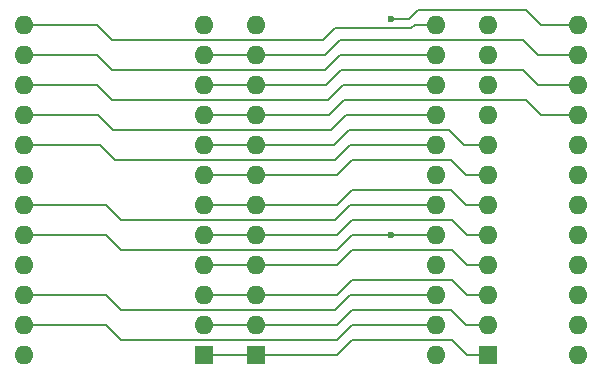
<source format=gbr>
%TF.GenerationSoftware,KiCad,Pcbnew,8.0.7*%
%TF.CreationDate,2025-03-21T13:40:33-04:00*%
%TF.ProjectId,TRS2_SOU_PATCH,54525332-5f53-44f5-955f-50415443482e,rev?*%
%TF.SameCoordinates,Original*%
%TF.FileFunction,Copper,L1,Top*%
%TF.FilePolarity,Positive*%
%FSLAX46Y46*%
G04 Gerber Fmt 4.6, Leading zero omitted, Abs format (unit mm)*
G04 Created by KiCad (PCBNEW 8.0.7) date 2025-03-21 13:40:33*
%MOMM*%
%LPD*%
G01*
G04 APERTURE LIST*
%TA.AperFunction,ComponentPad*%
%ADD10R,1.600000X1.600000*%
%TD*%
%TA.AperFunction,ComponentPad*%
%ADD11O,1.600000X1.600000*%
%TD*%
%TA.AperFunction,ViaPad*%
%ADD12C,0.600000*%
%TD*%
%TA.AperFunction,Conductor*%
%ADD13C,0.200000*%
%TD*%
G04 APERTURE END LIST*
D10*
%TO.P,U2,1,A7*%
%TO.N,/A7*%
X152440000Y-78750000D03*
D11*
%TO.P,U2,2,A6*%
%TO.N,/A6*%
X152440000Y-76210000D03*
%TO.P,U2,3,A5*%
%TO.N,/A5*%
X152440000Y-73670000D03*
%TO.P,U2,4,A4*%
%TO.N,/A4*%
X152440000Y-71130000D03*
%TO.P,U2,5,A3*%
%TO.N,/A3*%
X152440000Y-68590000D03*
%TO.P,U2,6,A2*%
%TO.N,/A2*%
X152440000Y-66050000D03*
%TO.P,U2,7,A1*%
%TO.N,/A1*%
X152440000Y-63510000D03*
%TO.P,U2,8,A0*%
%TO.N,/A0*%
X152440000Y-60970000D03*
%TO.P,U2,9,D0*%
%TO.N,/D0*%
X152440000Y-58430000D03*
%TO.P,U2,10,D1*%
%TO.N,/D1*%
X152440000Y-55890000D03*
%TO.P,U2,11,D2*%
%TO.N,/D2*%
X152440000Y-53350000D03*
%TO.P,U2,12,GND*%
%TO.N,GND*%
X152440000Y-50810000D03*
%TO.P,U2,13,D3*%
%TO.N,/D3*%
X137200000Y-50810000D03*
%TO.P,U2,14,D4*%
%TO.N,/D4*%
X137200000Y-53350000D03*
%TO.P,U2,15,D5*%
%TO.N,/D5*%
X137200000Y-55890000D03*
%TO.P,U2,16,D6*%
%TO.N,/D6*%
X137200000Y-58430000D03*
%TO.P,U2,17,D7*%
%TO.N,/D7*%
X137200000Y-60970000D03*
%TO.P,U2,18,CE*%
%TO.N,unconnected-(U2-CE-Pad18)*%
X137200000Y-63510000D03*
%TO.P,U2,19,A10*%
%TO.N,/A10*%
X137200000Y-66050000D03*
%TO.P,U2,20,OE*%
%TO.N,/OE*%
X137200000Y-68590000D03*
%TO.P,U2,21,Vpp*%
%TO.N,unconnected-(U2-Vpp-Pad21)*%
X137200000Y-71130000D03*
%TO.P,U2,22,A9*%
%TO.N,/A9*%
X137200000Y-73670000D03*
%TO.P,U2,23,A8*%
%TO.N,/A8*%
X137200000Y-76210000D03*
%TO.P,U2,24,Vcc*%
%TO.N,+5V*%
X137200000Y-78750000D03*
%TD*%
D10*
%TO.P,U1,1,I/CLK*%
%TO.N,/A7*%
X176480000Y-78750000D03*
D11*
%TO.P,U1,2,I*%
%TO.N,/A6*%
X176480000Y-76210000D03*
%TO.P,U1,3,I*%
%TO.N,/A5*%
X176480000Y-73670000D03*
%TO.P,U1,4,I*%
%TO.N,/A4*%
X176480000Y-71130000D03*
%TO.P,U1,5,I*%
%TO.N,/A3*%
X176480000Y-68590000D03*
%TO.P,U1,6,I*%
%TO.N,/A2*%
X176480000Y-66050000D03*
%TO.P,U1,7,I*%
%TO.N,/A1*%
X176480000Y-63510000D03*
%TO.P,U1,8,I*%
%TO.N,/A0*%
X176480000Y-60970000D03*
%TO.P,U1,9,I*%
%TO.N,/A10*%
X176480000Y-58430000D03*
%TO.P,U1,10,I*%
%TO.N,/A9*%
X176480000Y-55890000D03*
%TO.P,U1,11,I*%
%TO.N,/A8*%
X176480000Y-53350000D03*
%TO.P,U1,12,GND*%
%TO.N,GND*%
X176480000Y-50810000D03*
%TO.P,U1,13,I*%
%TO.N,/OE*%
X184100000Y-50810000D03*
%TO.P,U1,14,I/O*%
%TO.N,/D2*%
X184100000Y-53350000D03*
%TO.P,U1,15,I/O*%
%TO.N,/D1*%
X184100000Y-55890000D03*
%TO.P,U1,16,I/O*%
%TO.N,/D0*%
X184100000Y-58430000D03*
%TO.P,U1,17,I/O*%
%TO.N,/D3*%
X184100000Y-60970000D03*
%TO.P,U1,18,I/O*%
%TO.N,/D4*%
X184100000Y-63510000D03*
%TO.P,U1,19,I/O*%
%TO.N,/D5*%
X184100000Y-66050000D03*
%TO.P,U1,20,I/O*%
%TO.N,/D6*%
X184100000Y-68590000D03*
%TO.P,U1,21,I/O*%
%TO.N,/D7*%
X184100000Y-71130000D03*
%TO.P,U1,22,I/O*%
%TO.N,unconnected-(U1-I{slash}O-Pad22)*%
X184100000Y-73670000D03*
%TO.P,U1,23,I/O*%
%TO.N,/CE2*%
X184100000Y-76210000D03*
%TO.P,U1,24,Vcc*%
%TO.N,+5V*%
X184100000Y-78750000D03*
%TD*%
D10*
%TO.P,U3,1,A7*%
%TO.N,/A7*%
X156840000Y-78750000D03*
D11*
%TO.P,U3,2,A6*%
%TO.N,/A6*%
X156840000Y-76210000D03*
%TO.P,U3,3,A5*%
%TO.N,/A5*%
X156840000Y-73670000D03*
%TO.P,U3,4,A4*%
%TO.N,/A4*%
X156840000Y-71130000D03*
%TO.P,U3,5,A3*%
%TO.N,/A3*%
X156840000Y-68590000D03*
%TO.P,U3,6,A2*%
%TO.N,/A2*%
X156840000Y-66050000D03*
%TO.P,U3,7,A1*%
%TO.N,/A1*%
X156840000Y-63510000D03*
%TO.P,U3,8,A0*%
%TO.N,/A0*%
X156840000Y-60970000D03*
%TO.P,U3,9,D0*%
%TO.N,/D0*%
X156840000Y-58430000D03*
%TO.P,U3,10,D1*%
%TO.N,/D1*%
X156840000Y-55890000D03*
%TO.P,U3,11,D2*%
%TO.N,/D2*%
X156840000Y-53350000D03*
%TO.P,U3,12,GND*%
%TO.N,GND*%
X156840000Y-50810000D03*
%TO.P,U3,13,D3*%
%TO.N,/D3*%
X172080000Y-50810000D03*
%TO.P,U3,14,D4*%
%TO.N,/D4*%
X172080000Y-53350000D03*
%TO.P,U3,15,D5*%
%TO.N,/D5*%
X172080000Y-55890000D03*
%TO.P,U3,16,D6*%
%TO.N,/D6*%
X172080000Y-58430000D03*
%TO.P,U3,17,D7*%
%TO.N,/D7*%
X172080000Y-60970000D03*
%TO.P,U3,18,CE*%
%TO.N,/CE2*%
X172080000Y-63510000D03*
%TO.P,U3,19,A10*%
%TO.N,/A10*%
X172080000Y-66050000D03*
%TO.P,U3,20,OE*%
%TO.N,/OE*%
X172080000Y-68590000D03*
%TO.P,U3,21,Vpp*%
%TO.N,+5V*%
X172080000Y-71130000D03*
%TO.P,U3,22,A9*%
%TO.N,/A9*%
X172080000Y-73670000D03*
%TO.P,U3,23,A8*%
%TO.N,/A8*%
X172080000Y-76210000D03*
%TO.P,U3,24,Vcc*%
%TO.N,+5V*%
X172080000Y-78750000D03*
%TD*%
D12*
%TO.N,/OE*%
X168275000Y-68580000D03*
X168275000Y-50292000D03*
%TD*%
D13*
%TO.N,/A9*%
X145415000Y-74930000D02*
X144155000Y-73670000D01*
X172080000Y-73670000D02*
X164836000Y-73670000D01*
X164836000Y-73670000D02*
X163576000Y-74930000D01*
X163576000Y-74930000D02*
X145415000Y-74930000D01*
X144155000Y-73670000D02*
X137200000Y-73670000D01*
%TO.N,/A5*%
X173482000Y-72390000D02*
X164973000Y-72390000D01*
X163693000Y-73670000D02*
X156840000Y-73670000D01*
X176480000Y-73670000D02*
X174762000Y-73670000D01*
X174762000Y-73670000D02*
X173482000Y-72390000D01*
X164973000Y-72390000D02*
X163693000Y-73670000D01*
X156840000Y-73670000D02*
X152440000Y-73670000D01*
%TO.N,/A3*%
X174762000Y-68590000D02*
X173482000Y-67310000D01*
X163312000Y-68590000D02*
X156840000Y-68590000D01*
X163703000Y-68580000D02*
X163322000Y-68580000D01*
X164973000Y-67310000D02*
X163703000Y-68580000D01*
X176480000Y-68590000D02*
X174762000Y-68590000D01*
X163322000Y-68580000D02*
X163312000Y-68590000D01*
X173482000Y-67310000D02*
X164973000Y-67310000D01*
X152440000Y-68590000D02*
X156840000Y-68590000D01*
%TO.N,/A1*%
X163693000Y-63510000D02*
X156840000Y-63510000D01*
X152440000Y-63510000D02*
X156840000Y-63510000D01*
X173355000Y-62230000D02*
X164973000Y-62230000D01*
X174635000Y-63510000D02*
X173355000Y-62230000D01*
X164973000Y-62230000D02*
X163693000Y-63510000D01*
X176480000Y-63510000D02*
X174635000Y-63510000D01*
%TO.N,/A4*%
X174752000Y-71120000D02*
X173482000Y-69850000D01*
X176480000Y-71130000D02*
X174752000Y-71130000D01*
X174752000Y-71130000D02*
X174752000Y-71120000D01*
X158994000Y-71130000D02*
X163693000Y-71130000D01*
X163693000Y-71130000D02*
X164973000Y-69850000D01*
X156840000Y-71130000D02*
X152440000Y-71130000D01*
X158994000Y-71130000D02*
X156840000Y-71130000D01*
X173482000Y-69850000D02*
X164973000Y-69850000D01*
%TO.N,/A8*%
X163703000Y-77470000D02*
X145415000Y-77470000D01*
X144155000Y-76210000D02*
X137200000Y-76210000D01*
X164963000Y-76210000D02*
X163703000Y-77470000D01*
X145415000Y-77470000D02*
X144155000Y-76210000D01*
X172080000Y-76210000D02*
X164963000Y-76210000D01*
%TO.N,/A2*%
X156840000Y-66050000D02*
X152440000Y-66050000D01*
X173355000Y-64770000D02*
X164973000Y-64770000D01*
X176480000Y-66050000D02*
X174635000Y-66050000D01*
X174635000Y-66050000D02*
X173355000Y-64770000D01*
X163693000Y-66050000D02*
X156840000Y-66050000D01*
X164973000Y-64770000D02*
X163693000Y-66050000D01*
%TO.N,/A7*%
X173482000Y-77470000D02*
X164973000Y-77470000D01*
X176480000Y-78750000D02*
X174762000Y-78750000D01*
X174762000Y-78750000D02*
X173482000Y-77470000D01*
X164973000Y-77470000D02*
X163693000Y-78750000D01*
X156840000Y-78750000D02*
X152440000Y-78750000D01*
X163693000Y-78750000D02*
X156840000Y-78750000D01*
%TO.N,/A10*%
X145415000Y-67310000D02*
X163576000Y-67310000D01*
X163576000Y-67310000D02*
X164836000Y-66050000D01*
X137200000Y-66050000D02*
X144155000Y-66050000D01*
X164836000Y-66050000D02*
X172080000Y-66050000D01*
X144155000Y-66050000D02*
X145415000Y-67310000D01*
%TO.N,/A6*%
X174635000Y-76210000D02*
X173355000Y-74930000D01*
X173355000Y-74930000D02*
X164973000Y-74930000D01*
X156840000Y-76210000D02*
X152440000Y-76210000D01*
X176480000Y-76210000D02*
X174635000Y-76210000D01*
X163693000Y-76210000D02*
X156840000Y-76210000D01*
X164973000Y-74930000D02*
X163693000Y-76210000D01*
%TO.N,/D7*%
X163576000Y-62230000D02*
X144907000Y-62230000D01*
X143647000Y-60970000D02*
X137200000Y-60970000D01*
X144907000Y-62230000D02*
X143647000Y-60970000D01*
X172080000Y-60970000D02*
X164836000Y-60970000D01*
X164836000Y-60970000D02*
X163576000Y-62230000D01*
%TO.N,/D4*%
X162687000Y-54610000D02*
X144653000Y-54610000D01*
X143393000Y-53350000D02*
X137200000Y-53350000D01*
X144653000Y-54610000D02*
X143393000Y-53350000D01*
X163947000Y-53350000D02*
X162687000Y-54610000D01*
X172080000Y-53350000D02*
X163947000Y-53350000D01*
%TO.N,/OE*%
X168275000Y-68580000D02*
X168265000Y-68590000D01*
X163703000Y-69850000D02*
X145415000Y-69850000D01*
X168285000Y-68590000D02*
X168275000Y-68580000D01*
X168265000Y-68590000D02*
X164963000Y-68590000D01*
X180985000Y-50810000D02*
X184100000Y-50810000D01*
X164963000Y-68590000D02*
X163703000Y-69850000D01*
X169799000Y-50292000D02*
X170561000Y-49530000D01*
X170561000Y-49530000D02*
X179705000Y-49530000D01*
X168275000Y-50292000D02*
X169799000Y-50292000D01*
X145415000Y-69850000D02*
X144155000Y-68590000D01*
X144155000Y-68590000D02*
X137200000Y-68590000D01*
X172080000Y-68590000D02*
X168285000Y-68590000D01*
X179705000Y-49530000D02*
X180985000Y-50810000D01*
%TO.N,/D3*%
X144653000Y-52070000D02*
X162560000Y-52070000D01*
X163512500Y-51117500D02*
X169999500Y-51117500D01*
X137200000Y-50810000D02*
X143393000Y-50810000D01*
X169999500Y-51117500D02*
X170307000Y-50810000D01*
X143393000Y-50810000D02*
X144653000Y-52070000D01*
X170307000Y-50810000D02*
X172080000Y-50810000D01*
X162560000Y-52070000D02*
X163512500Y-51117500D01*
%TO.N,/D0*%
X180985000Y-58430000D02*
X179705000Y-57150000D01*
X164338000Y-57150000D02*
X163058000Y-58430000D01*
X179705000Y-57150000D02*
X164338000Y-57150000D01*
X152440000Y-58430000D02*
X156840000Y-58430000D01*
X184100000Y-58430000D02*
X180985000Y-58430000D01*
X163058000Y-58430000D02*
X156840000Y-58430000D01*
%TO.N,/D2*%
X184100000Y-53350000D02*
X180731000Y-53350000D01*
X180731000Y-53350000D02*
X179451000Y-52070000D01*
X179451000Y-52070000D02*
X163957000Y-52070000D01*
X162677000Y-53350000D02*
X156840000Y-53350000D01*
X163957000Y-52070000D02*
X162677000Y-53350000D01*
X152440000Y-53350000D02*
X156840000Y-53350000D01*
%TO.N,/D5*%
X144653000Y-57150000D02*
X143393000Y-55890000D01*
X164201000Y-55890000D02*
X162941000Y-57150000D01*
X172080000Y-55890000D02*
X164201000Y-55890000D01*
X143393000Y-55890000D02*
X137200000Y-55890000D01*
X162941000Y-57150000D02*
X144653000Y-57150000D01*
%TO.N,/D6*%
X143520000Y-58430000D02*
X137200000Y-58430000D01*
X163195000Y-59690000D02*
X144780000Y-59690000D01*
X164455000Y-58430000D02*
X163195000Y-59690000D01*
X172080000Y-58430000D02*
X164455000Y-58430000D01*
X144780000Y-59690000D02*
X143520000Y-58430000D01*
%TO.N,/D1*%
X164084000Y-54610000D02*
X162804000Y-55890000D01*
X184100000Y-55890000D02*
X180731000Y-55890000D01*
X180731000Y-55890000D02*
X179451000Y-54610000D01*
X156840000Y-55890000D02*
X152440000Y-55890000D01*
X162804000Y-55890000D02*
X156840000Y-55890000D01*
X179451000Y-54610000D02*
X164084000Y-54610000D01*
%TO.N,/A0*%
X163439000Y-60970000D02*
X156840000Y-60970000D01*
X176480000Y-60970000D02*
X174508000Y-60970000D01*
X156840000Y-60970000D02*
X152440000Y-60970000D01*
X174508000Y-60970000D02*
X173228000Y-59690000D01*
X173228000Y-59690000D02*
X164719000Y-59690000D01*
X164719000Y-59690000D02*
X163439000Y-60970000D01*
%TD*%
M02*

</source>
